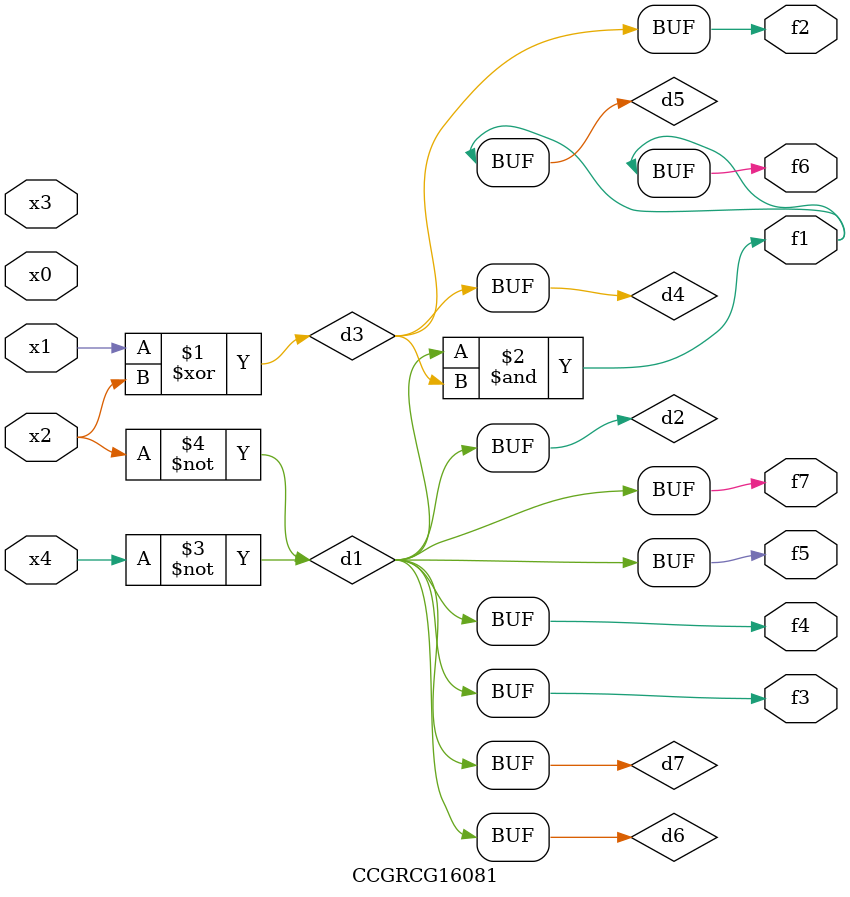
<source format=v>
module CCGRCG16081(
	input x0, x1, x2, x3, x4,
	output f1, f2, f3, f4, f5, f6, f7
);

	wire d1, d2, d3, d4, d5, d6, d7;

	not (d1, x4);
	not (d2, x2);
	xor (d3, x1, x2);
	buf (d4, d3);
	and (d5, d1, d3);
	buf (d6, d1, d2);
	buf (d7, d2);
	assign f1 = d5;
	assign f2 = d4;
	assign f3 = d7;
	assign f4 = d7;
	assign f5 = d7;
	assign f6 = d5;
	assign f7 = d7;
endmodule

</source>
